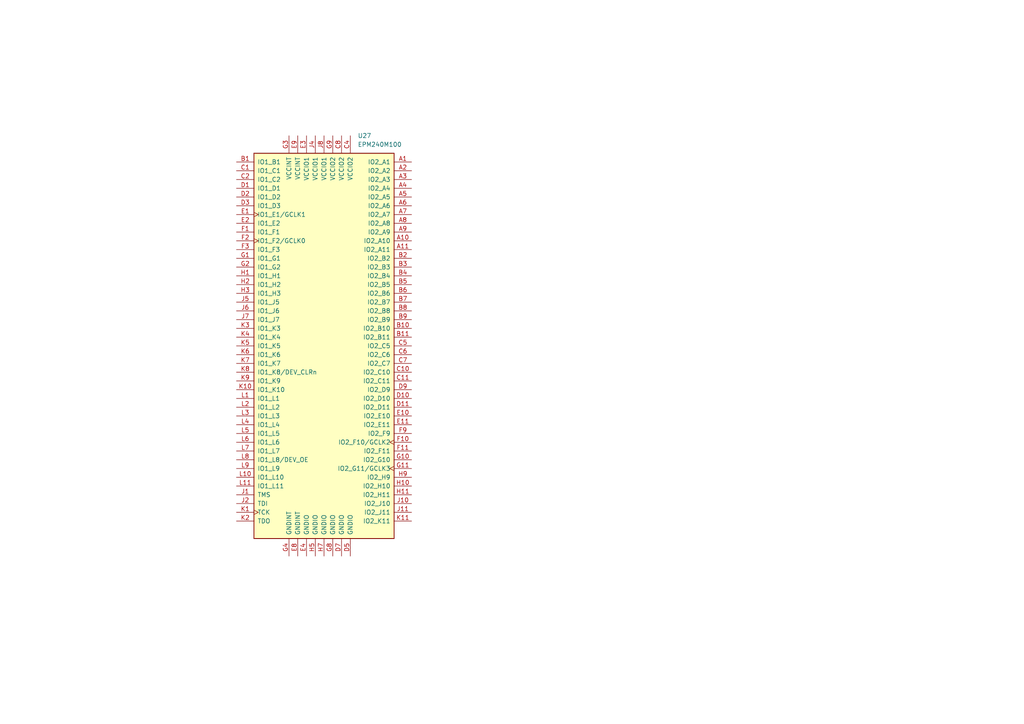
<source format=kicad_sch>
(kicad_sch (version 20250114) (generator "eeschema") (generator_version "9.0")
  (paper "A4")
  (lib_symbols
    (symbol "CPLD_Altera:EPM240M100" (pin_names (offset 1.016))
      (property "Reference" "U" (at 10.16 57.15 0))
      (property "Value" "EPM240M100" (at 10.16 -57.15 0))
      (symbol "EPM240M100_1_1"
        (rectangle (start -20.32 55.88) (end 20.32 -55.88) (stroke (width 0.254)) (fill (type background)))
        (pin bidirectional line (at -25.4 53.34 0) (length 5.08) (name "IO1_B1") (number "B1"))
        (pin bidirectional line (at -25.4 50.8 0) (length 5.08) (name "IO1_C1") (number "C1"))
        (pin bidirectional line (at -25.4 48.26 0) (length 5.08) (name "IO1_C2") (number "C2"))
        (pin bidirectional line (at -25.4 45.72 0) (length 5.08) (name "IO1_D1") (number "D1"))
        (pin bidirectional line (at -25.4 43.18 0) (length 5.08) (name "IO1_D2") (number "D2"))
        (pin bidirectional line (at -25.4 40.64 0) (length 5.08) (name "IO1_D3") (number "D3"))
        (pin bidirectional clock (at -25.4 38.1 0) (length 5.08) (name "IO1_E1/GCLK1") (number "E1"))
        (pin bidirectional line (at -25.4 35.56 0) (length 5.08) (name "IO1_E2") (number "E2"))
        (pin bidirectional line (at -25.4 33.02 0) (length 5.08) (name "IO1_F1") (number "F1"))
        (pin bidirectional clock (at -25.4 30.48 0) (length 5.08) (name "IO1_F2/GCLK0") (number "F2"))
        (pin bidirectional line (at -25.4 27.94 0) (length 5.08) (name "IO1_F3") (number "F3"))
        (pin bidirectional line (at -25.4 25.4 0) (length 5.08) (name "IO1_G1") (number "G1"))
        (pin bidirectional line (at -25.4 22.86 0) (length 5.08) (name "IO1_G2") (number "G2"))
        (pin bidirectional line (at -25.4 20.32 0) (length 5.08) (name "IO1_H1") (number "H1"))
        (pin bidirectional line (at -25.4 17.78 0) (length 5.08) (name "IO1_H2") (number "H2"))
        (pin bidirectional line (at -25.4 15.24 0) (length 5.08) (name "IO1_H3") (number "H3"))
        (pin bidirectional line (at -25.4 12.7 0) (length 5.08) (name "IO1_J5") (number "J5"))
        (pin bidirectional line (at -25.4 10.16 0) (length 5.08) (name "IO1_J6") (number "J6"))
        (pin bidirectional line (at -25.4 7.62 0) (length 5.08) (name "IO1_J7") (number "J7"))
        (pin bidirectional line (at -25.4 5.08 0) (length 5.08) (name "IO1_K3") (number "K3"))
        (pin bidirectional line (at -25.4 2.54 0) (length 5.08) (name "IO1_K4") (number "K4"))
        (pin bidirectional line (at -25.4 0 0) (length 5.08) (name "IO1_K5") (number "K5"))
        (pin bidirectional line (at -25.4 -2.54 0) (length 5.08) (name "IO1_K6") (number "K6"))
        (pin bidirectional line (at -25.4 -5.08 0) (length 5.08) (name "IO1_K7") (number "K7"))
        (pin bidirectional line (at -25.4 -7.62 0) (length 5.08) (name "IO1_K8/DEV_CLRn") (number "K8"))
        (pin bidirectional line (at -25.4 -10.16 0) (length 5.08) (name "IO1_K9") (number "K9"))
        (pin bidirectional line (at -25.4 -12.7 0) (length 5.08) (name "IO1_K10") (number "K10"))
        (pin bidirectional line (at -25.4 -15.24 0) (length 5.08) (name "IO1_L1") (number "L1"))
        (pin bidirectional line (at -25.4 -17.78 0) (length 5.08) (name "IO1_L2") (number "L2"))
        (pin bidirectional line (at -25.4 -20.32 0) (length 5.08) (name "IO1_L3") (number "L3"))
        (pin bidirectional line (at -25.4 -22.86 0) (length 5.08) (name "IO1_L4") (number "L4"))
        (pin bidirectional line (at -25.4 -25.4 0) (length 5.08) (name "IO1_L5") (number "L5"))
        (pin bidirectional line (at -25.4 -27.94 0) (length 5.08) (name "IO1_L6") (number "L6"))
        (pin bidirectional line (at -25.4 -30.48 0) (length 5.08) (name "IO1_L7") (number "L7"))
        (pin bidirectional line (at -25.4 -33.02 0) (length 5.08) (name "IO1_L8/DEV_OE") (number "L8"))
        (pin bidirectional line (at -25.4 -35.56 0) (length 5.08) (name "IO1_L9") (number "L9"))
        (pin bidirectional line (at -25.4 -38.1 0) (length 5.08) (name "IO1_L10") (number "L10"))
        (pin bidirectional line (at -25.4 -40.64 0) (length 5.08) (name "IO1_L11") (number "L11"))
        (pin input line (at -25.4 -43.18 0) (length 5.08) (name "TMS") (number "J1"))
        (pin input line (at -25.4 -45.72 0) (length 5.08) (name "TDI") (number "J2"))
        (pin input clock (at -25.4 -48.26 0) (length 5.08) (name "TCK") (number "K1"))
        (pin output line (at -25.4 -50.8 0) (length 5.08) (name "TDO") (number "K2"))
        (pin power_in line (at -10.16 60.96 270) (length 5.08) (name "VCCINT") (number "G3"))
        (pin power_in line (at -10.16 -60.96 90) (length 5.08) (name "GNDINT") (number "G4"))
        (pin power_in line (at -7.62 60.96 270) (length 5.08) (name "VCCINT") (number "E9"))
        (pin power_in line (at -7.62 -60.96 90) (length 5.08) (name "GNDINT") (number "E8"))
        (pin power_in line (at -5.08 60.96 270) (length 5.08) (name "VCCIO1") (number "E3"))
        (pin power_in line (at -5.08 -60.96 90) (length 5.08) (name "GNDIO") (number "E4"))
        (pin power_in line (at -2.54 60.96 270) (length 5.08) (name "VCCIO1") (number "J4"))
        (pin power_in line (at -2.54 -60.96 90) (length 5.08) (name "GNDIO") (number "H5"))
        (pin power_in line (at 0 60.96 270) (length 5.08) (name "VCCIO1") (number "J8"))
        (pin power_in line (at 0 -60.96 90) (length 5.08) (name "GNDIO") (number "H7"))
        (pin power_in line (at 2.54 60.96 270) (length 5.08) (name "VCCIO2") (number "G9"))
        (pin power_in line (at 2.54 -60.96 90) (length 5.08) (name "GNDIO") (number "G8"))
        (pin power_in line (at 5.08 60.96 270) (length 5.08) (name "VCCIO2") (number "C8"))
        (pin power_in line (at 5.08 -60.96 90) (length 5.08) (name "GNDIO") (number "D7"))
        (pin power_in line (at 7.62 60.96 270) (length 5.08) (name "VCCIO2") (number "C4"))
        (pin power_in line (at 7.62 -60.96 90) (length 5.08) (name "GNDIO") (number "D5"))
        (pin bidirectional line (at 25.4 53.34 180) (length 5.08) (name "IO2_A1") (number "A1"))
        (pin bidirectional line (at 25.4 50.8 180) (length 5.08) (name "IO2_A2") (number "A2"))
        (pin bidirectional line (at 25.4 48.26 180) (length 5.08) (name "IO2_A3") (number "A3"))
        (pin bidirectional line (at 25.4 45.72 180) (length 5.08) (name "IO2_A4") (number "A4"))
        (pin bidirectional line (at 25.4 43.18 180) (length 5.08) (name "IO2_A5") (number "A5"))
        (pin bidirectional line (at 25.4 40.64 180) (length 5.08) (name "IO2_A6") (number "A6"))
        (pin bidirectional line (at 25.4 38.1 180) (length 5.08) (name "IO2_A7") (number "A7"))
        (pin bidirectional line (at 25.4 35.56 180) (length 5.08) (name "IO2_A8") (number "A8"))
        (pin bidirectional line (at 25.4 33.02 180) (length 5.08) (name "IO2_A9") (number "A9"))
        (pin bidirectional line (at 25.4 30.48 180) (length 5.08) (name "IO2_A10") (number "A10"))
        (pin bidirectional line (at 25.4 27.94 180) (length 5.08) (name "IO2_A11") (number "A11"))
        (pin bidirectional line (at 25.4 25.4 180) (length 5.08) (name "IO2_B2") (number "B2"))
        (pin bidirectional line (at 25.4 22.86 180) (length 5.08) (name "IO2_B3") (number "B3"))
        (pin bidirectional line (at 25.4 20.32 180) (length 5.08) (name "IO2_B4") (number "B4"))
        (pin bidirectional line (at 25.4 17.78 180) (length 5.08) (name "IO2_B5") (number "B5"))
        (pin bidirectional line (at 25.4 15.24 180) (length 5.08) (name "IO2_B6") (number "B6"))
        (pin bidirectional line (at 25.4 12.7 180) (length 5.08) (name "IO2_B7") (number "B7"))
        (pin bidirectional line (at 25.4 10.16 180) (length 5.08) (name "IO2_B8") (number "B8"))
        (pin bidirectional line (at 25.4 7.62 180) (length 5.08) (name "IO2_B9") (number "B9"))
        (pin bidirectional line (at 25.4 5.08 180) (length 5.08) (name "IO2_B10") (number "B10"))
        (pin bidirectional line (at 25.4 2.54 180) (length 5.08) (name "IO2_B11") (number "B11"))
        (pin bidirectional line (at 25.4 0 180) (length 5.08) (name "IO2_C5") (number "C5"))
        (pin bidirectional line (at 25.4 -2.54 180) (length 5.08) (name "IO2_C6") (number "C6"))
        (pin bidirectional line (at 25.4 -5.08 180) (length 5.08) (name "IO2_C7") (number "C7"))
        (pin bidirectional line (at 25.4 -7.62 180) (length 5.08) (name "IO2_C10") (number "C10"))
        (pin bidirectional line (at 25.4 -10.16 180) (length 5.08) (name "IO2_C11") (number "C11"))
        (pin bidirectional line (at 25.4 -12.7 180) (length 5.08) (name "IO2_D9") (number "D9"))
        (pin bidirectional line (at 25.4 -15.24 180) (length 5.08) (name "IO2_D10") (number "D10"))
        (pin bidirectional line (at 25.4 -17.78 180) (length 5.08) (name "IO2_D11") (number "D11"))
        (pin bidirectional line (at 25.4 -20.32 180) (length 5.08) (name "IO2_E10") (number "E10"))
        (pin bidirectional line (at 25.4 -22.86 180) (length 5.08) (name "IO2_E11") (number "E11"))
        (pin bidirectional line (at 25.4 -25.4 180) (length 5.08) (name "IO2_F9") (number "F9"))
        (pin bidirectional clock (at 25.4 -27.94 180) (length 5.08) (name "IO2_F10/GCLK2") (number "F10"))
        (pin bidirectional line (at 25.4 -30.48 180) (length 5.08) (name "IO2_F11") (number "F11"))
        (pin bidirectional line (at 25.4 -33.02 180) (length 5.08) (name "IO2_G10") (number "G10"))
        (pin bidirectional clock (at 25.4 -35.56 180) (length 5.08) (name "IO2_G11/GCLK3") (number "G11"))
        (pin bidirectional line (at 25.4 -38.1 180) (length 5.08) (name "IO2_H9") (number "H9"))
        (pin bidirectional line (at 25.4 -40.64 180) (length 5.08) (name "IO2_H10") (number "H10"))
        (pin bidirectional line (at 25.4 -43.18 180) (length 5.08) (name "IO2_H11") (number "H11"))
        (pin bidirectional line (at 25.4 -45.72 180) (length 5.08) (name "IO2_J10") (number "J10"))
        (pin bidirectional line (at 25.4 -48.26 180) (length 5.08) (name "IO2_J11") (number "J11"))
        (pin bidirectional line (at 25.4 -50.8 180) (length 5.08) (name "IO2_K11") (number "K11"))
      )
    )
  )
  (symbol (lib_id "CPLD_Altera:EPM240M100") (at 93.98 100.33 0) (unit 1)
    (property "Reference" "U27" (at 103.7433 39.37 0) (effects (justify left)))
    (property "Value" "EPM240M100" (at 103.7433 41.91 0) (effects (justify left)))
    (property "Footprint" "Package_BGA:BGA-100_6.0x6.0mm_Layout11x11_P0.5mm_Ball0.3mm_Pad0.25mm_NSMD" (effects (hide yes)))
    (property "Datasheet" "https://www.altera.com/content/dam/altera-www/global/en_US/pdfs/literature/hb/max2/max2_mii5v1.pdf" (effects (hide yes)))
    (property "Description" "Altera MAX2 CPLD with 240 LE" (effects (hide yes)))
  )
)
</source>
